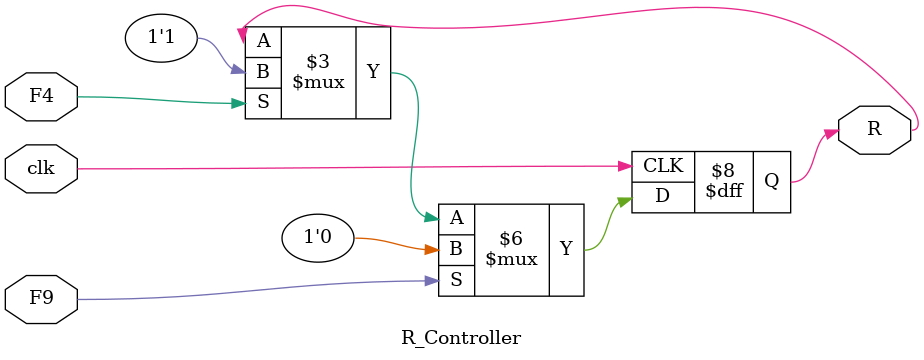
<source format=v>
`timescale 1ns / 1ps
module R_Controller (
    input wire clk,
    input wire F4,
    input wire F9,
    output reg R
);

    // Initialize R to 0
    initial begin
        R = 1'b0;
    end

    always @(posedge clk) begin
        if (F9)
            R <= 1'b0;  // Reset
        else if (F4)
            R <= 1'b1;  // Set
    end

endmodule


</source>
